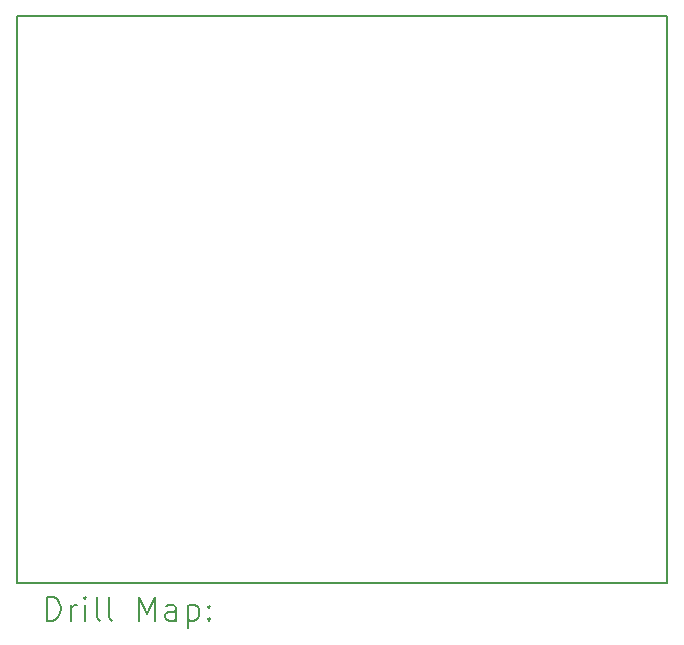
<source format=gbr>
%TF.GenerationSoftware,KiCad,Pcbnew,8.0.6*%
%TF.CreationDate,2024-12-29T11:18:37-05:00*%
%TF.ProjectId,Beagley-ai-1CAN,42656167-6c65-4792-9d61-692d3143414e,rev?*%
%TF.SameCoordinates,Original*%
%TF.FileFunction,Drillmap*%
%TF.FilePolarity,Positive*%
%FSLAX45Y45*%
G04 Gerber Fmt 4.5, Leading zero omitted, Abs format (unit mm)*
G04 Created by KiCad (PCBNEW 8.0.6) date 2024-12-29 11:18:37*
%MOMM*%
%LPD*%
G01*
G04 APERTURE LIST*
%ADD10C,0.150000*%
%ADD11C,0.200000*%
G04 APERTURE END LIST*
D10*
X7945000Y-8380000D02*
X7945000Y-3580000D01*
X13445000Y-8380000D02*
X7945000Y-8380000D01*
X13445000Y-3580000D02*
X7945000Y-3580000D01*
X13445000Y-3580000D02*
X13445000Y-8380000D01*
D11*
X8198277Y-8698984D02*
X8198277Y-8498984D01*
X8198277Y-8498984D02*
X8245896Y-8498984D01*
X8245896Y-8498984D02*
X8274467Y-8508508D01*
X8274467Y-8508508D02*
X8293515Y-8527555D01*
X8293515Y-8527555D02*
X8303039Y-8546603D01*
X8303039Y-8546603D02*
X8312562Y-8584698D01*
X8312562Y-8584698D02*
X8312562Y-8613270D01*
X8312562Y-8613270D02*
X8303039Y-8651365D01*
X8303039Y-8651365D02*
X8293515Y-8670412D01*
X8293515Y-8670412D02*
X8274467Y-8689460D01*
X8274467Y-8689460D02*
X8245896Y-8698984D01*
X8245896Y-8698984D02*
X8198277Y-8698984D01*
X8398277Y-8698984D02*
X8398277Y-8565650D01*
X8398277Y-8603746D02*
X8407801Y-8584698D01*
X8407801Y-8584698D02*
X8417324Y-8575174D01*
X8417324Y-8575174D02*
X8436372Y-8565650D01*
X8436372Y-8565650D02*
X8455420Y-8565650D01*
X8522086Y-8698984D02*
X8522086Y-8565650D01*
X8522086Y-8498984D02*
X8512563Y-8508508D01*
X8512563Y-8508508D02*
X8522086Y-8518031D01*
X8522086Y-8518031D02*
X8531610Y-8508508D01*
X8531610Y-8508508D02*
X8522086Y-8498984D01*
X8522086Y-8498984D02*
X8522086Y-8518031D01*
X8645896Y-8698984D02*
X8626848Y-8689460D01*
X8626848Y-8689460D02*
X8617324Y-8670412D01*
X8617324Y-8670412D02*
X8617324Y-8498984D01*
X8750658Y-8698984D02*
X8731610Y-8689460D01*
X8731610Y-8689460D02*
X8722086Y-8670412D01*
X8722086Y-8670412D02*
X8722086Y-8498984D01*
X8979229Y-8698984D02*
X8979229Y-8498984D01*
X8979229Y-8498984D02*
X9045896Y-8641841D01*
X9045896Y-8641841D02*
X9112563Y-8498984D01*
X9112563Y-8498984D02*
X9112563Y-8698984D01*
X9293515Y-8698984D02*
X9293515Y-8594222D01*
X9293515Y-8594222D02*
X9283991Y-8575174D01*
X9283991Y-8575174D02*
X9264944Y-8565650D01*
X9264944Y-8565650D02*
X9226848Y-8565650D01*
X9226848Y-8565650D02*
X9207801Y-8575174D01*
X9293515Y-8689460D02*
X9274467Y-8698984D01*
X9274467Y-8698984D02*
X9226848Y-8698984D01*
X9226848Y-8698984D02*
X9207801Y-8689460D01*
X9207801Y-8689460D02*
X9198277Y-8670412D01*
X9198277Y-8670412D02*
X9198277Y-8651365D01*
X9198277Y-8651365D02*
X9207801Y-8632317D01*
X9207801Y-8632317D02*
X9226848Y-8622793D01*
X9226848Y-8622793D02*
X9274467Y-8622793D01*
X9274467Y-8622793D02*
X9293515Y-8613270D01*
X9388753Y-8565650D02*
X9388753Y-8765650D01*
X9388753Y-8575174D02*
X9407801Y-8565650D01*
X9407801Y-8565650D02*
X9445896Y-8565650D01*
X9445896Y-8565650D02*
X9464944Y-8575174D01*
X9464944Y-8575174D02*
X9474467Y-8584698D01*
X9474467Y-8584698D02*
X9483991Y-8603746D01*
X9483991Y-8603746D02*
X9483991Y-8660889D01*
X9483991Y-8660889D02*
X9474467Y-8679936D01*
X9474467Y-8679936D02*
X9464944Y-8689460D01*
X9464944Y-8689460D02*
X9445896Y-8698984D01*
X9445896Y-8698984D02*
X9407801Y-8698984D01*
X9407801Y-8698984D02*
X9388753Y-8689460D01*
X9569705Y-8679936D02*
X9579229Y-8689460D01*
X9579229Y-8689460D02*
X9569705Y-8698984D01*
X9569705Y-8698984D02*
X9560182Y-8689460D01*
X9560182Y-8689460D02*
X9569705Y-8679936D01*
X9569705Y-8679936D02*
X9569705Y-8698984D01*
X9569705Y-8575174D02*
X9579229Y-8584698D01*
X9579229Y-8584698D02*
X9569705Y-8594222D01*
X9569705Y-8594222D02*
X9560182Y-8584698D01*
X9560182Y-8584698D02*
X9569705Y-8575174D01*
X9569705Y-8575174D02*
X9569705Y-8594222D01*
M02*

</source>
